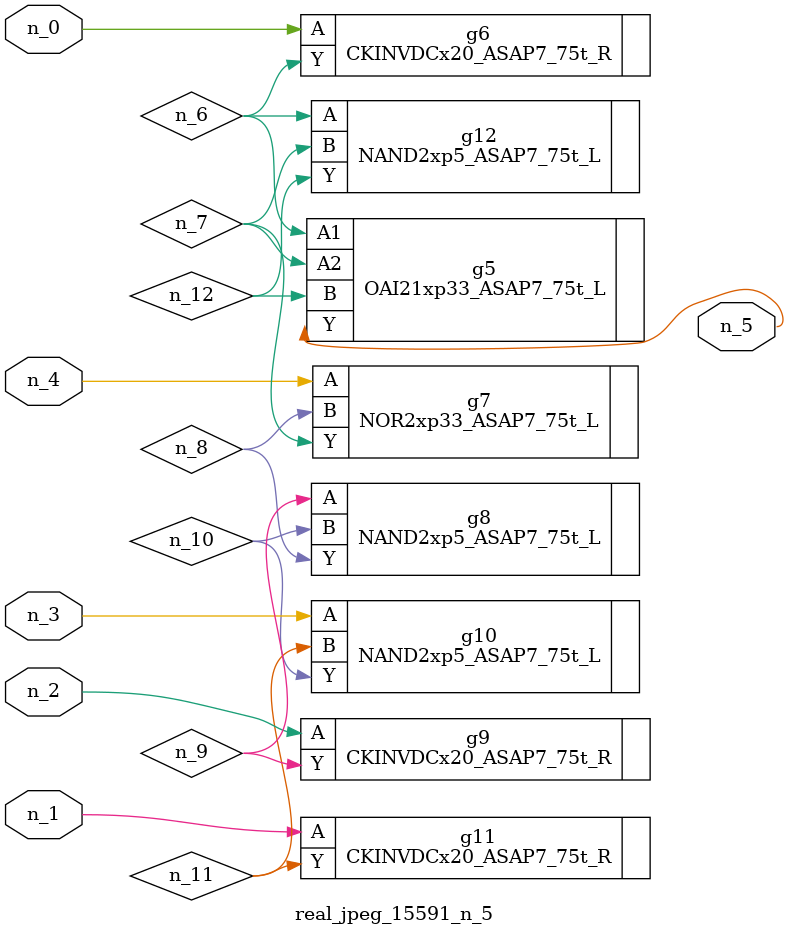
<source format=v>
module real_jpeg_15591_n_5 (n_4, n_0, n_1, n_2, n_3, n_5);

input n_4;
input n_0;
input n_1;
input n_2;
input n_3;

output n_5;

wire n_12;
wire n_8;
wire n_11;
wire n_6;
wire n_7;
wire n_10;
wire n_9;

CKINVDCx20_ASAP7_75t_R g6 ( 
.A(n_0),
.Y(n_6)
);

CKINVDCx20_ASAP7_75t_R g11 ( 
.A(n_1),
.Y(n_11)
);

CKINVDCx20_ASAP7_75t_R g9 ( 
.A(n_2),
.Y(n_9)
);

NAND2xp5_ASAP7_75t_L g10 ( 
.A(n_3),
.B(n_11),
.Y(n_10)
);

NOR2xp33_ASAP7_75t_L g7 ( 
.A(n_4),
.B(n_8),
.Y(n_7)
);

OAI21xp33_ASAP7_75t_L g5 ( 
.A1(n_6),
.A2(n_7),
.B(n_12),
.Y(n_5)
);

NAND2xp5_ASAP7_75t_L g12 ( 
.A(n_6),
.B(n_7),
.Y(n_12)
);

NAND2xp5_ASAP7_75t_L g8 ( 
.A(n_9),
.B(n_10),
.Y(n_8)
);


endmodule
</source>
